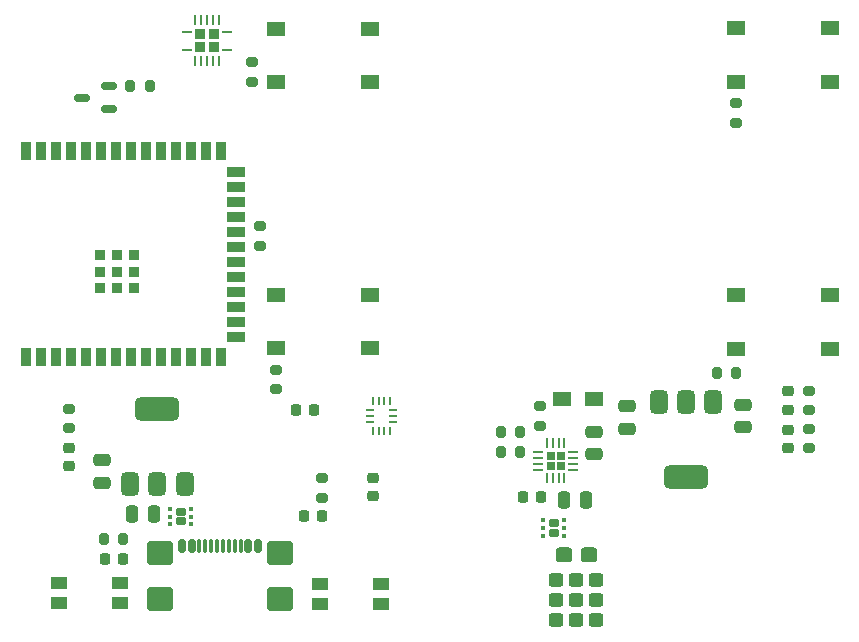
<source format=gbr>
%TF.GenerationSoftware,KiCad,Pcbnew,8.0.8-8.0.8-0~ubuntu24.04.1*%
%TF.CreationDate,2025-04-29T16:21:41-04:00*%
%TF.ProjectId,electronics,656c6563-7472-46f6-9e69-63732e6b6963,rev?*%
%TF.SameCoordinates,Original*%
%TF.FileFunction,Paste,Top*%
%TF.FilePolarity,Positive*%
%FSLAX46Y46*%
G04 Gerber Fmt 4.6, Leading zero omitted, Abs format (unit mm)*
G04 Created by KiCad (PCBNEW 8.0.8-8.0.8-0~ubuntu24.04.1) date 2025-04-29 16:21:41*
%MOMM*%
%LPD*%
G01*
G04 APERTURE LIST*
G04 Aperture macros list*
%AMRoundRect*
0 Rectangle with rounded corners*
0 $1 Rounding radius*
0 $2 $3 $4 $5 $6 $7 $8 $9 X,Y pos of 4 corners*
0 Add a 4 corners polygon primitive as box body*
4,1,4,$2,$3,$4,$5,$6,$7,$8,$9,$2,$3,0*
0 Add four circle primitives for the rounded corners*
1,1,$1+$1,$2,$3*
1,1,$1+$1,$4,$5*
1,1,$1+$1,$6,$7*
1,1,$1+$1,$8,$9*
0 Add four rect primitives between the rounded corners*
20,1,$1+$1,$2,$3,$4,$5,0*
20,1,$1+$1,$4,$5,$6,$7,0*
20,1,$1+$1,$6,$7,$8,$9,0*
20,1,$1+$1,$8,$9,$2,$3,0*%
G04 Aperture macros list end*
%ADD10RoundRect,0.200000X0.275000X-0.200000X0.275000X0.200000X-0.275000X0.200000X-0.275000X-0.200000X0*%
%ADD11RoundRect,0.250000X-0.475000X0.250000X-0.475000X-0.250000X0.475000X-0.250000X0.475000X0.250000X0*%
%ADD12RoundRect,0.172500X-0.262500X-0.172500X0.262500X-0.172500X0.262500X0.172500X-0.262500X0.172500X0*%
%ADD13RoundRect,0.093750X-0.093750X-0.106250X0.093750X-0.106250X0.093750X0.106250X-0.093750X0.106250X0*%
%ADD14R,0.250000X0.675000*%
%ADD15R,0.675000X0.250000*%
%ADD16RoundRect,0.200000X-0.200000X-0.275000X0.200000X-0.275000X0.200000X0.275000X-0.200000X0.275000X0*%
%ADD17R,0.820000X0.820000*%
%ADD18R,0.850000X0.280000*%
%ADD19R,0.280000X0.850000*%
%ADD20RoundRect,0.225000X0.225000X0.250000X-0.225000X0.250000X-0.225000X-0.250000X0.225000X-0.250000X0*%
%ADD21RoundRect,0.300000X0.325000X0.300000X-0.325000X0.300000X-0.325000X-0.300000X0.325000X-0.300000X0*%
%ADD22RoundRect,0.317500X-0.382500X-0.317500X0.382500X-0.317500X0.382500X0.317500X-0.382500X0.317500X0*%
%ADD23RoundRect,0.250000X0.250000X0.475000X-0.250000X0.475000X-0.250000X-0.475000X0.250000X-0.475000X0*%
%ADD24RoundRect,0.225000X-0.250000X0.225000X-0.250000X-0.225000X0.250000X-0.225000X0.250000X0.225000X0*%
%ADD25RoundRect,0.218750X-0.256250X0.218750X-0.256250X-0.218750X0.256250X-0.218750X0.256250X0.218750X0*%
%ADD26RoundRect,0.200000X-0.275000X0.200000X-0.275000X-0.200000X0.275000X-0.200000X0.275000X0.200000X0*%
%ADD27RoundRect,0.182500X-0.182500X0.182500X-0.182500X-0.182500X0.182500X-0.182500X0.182500X0.182500X0*%
%ADD28RoundRect,0.062500X-0.062500X0.350000X-0.062500X-0.350000X0.062500X-0.350000X0.062500X0.350000X0*%
%ADD29RoundRect,0.062500X-0.350000X0.062500X-0.350000X-0.062500X0.350000X-0.062500X0.350000X0.062500X0*%
%ADD30R,1.550000X1.300000*%
%ADD31RoundRect,0.375000X-0.375000X0.625000X-0.375000X-0.625000X0.375000X-0.625000X0.375000X0.625000X0*%
%ADD32RoundRect,0.500000X-1.400000X0.500000X-1.400000X-0.500000X1.400000X-0.500000X1.400000X0.500000X0*%
%ADD33RoundRect,0.250000X-0.250000X-0.475000X0.250000X-0.475000X0.250000X0.475000X-0.250000X0.475000X0*%
%ADD34RoundRect,0.200000X0.200000X0.275000X-0.200000X0.275000X-0.200000X-0.275000X0.200000X-0.275000X0*%
%ADD35R,1.450000X1.000000*%
%ADD36RoundRect,0.150000X0.512500X0.150000X-0.512500X0.150000X-0.512500X-0.150000X0.512500X-0.150000X0*%
%ADD37R,0.900000X0.900000*%
%ADD38R,0.900000X1.500000*%
%ADD39R,1.500000X0.900000*%
%ADD40RoundRect,0.375000X0.375000X-0.625000X0.375000X0.625000X-0.375000X0.625000X-0.375000X-0.625000X0*%
%ADD41RoundRect,0.500000X1.400000X-0.500000X1.400000X0.500000X-1.400000X0.500000X-1.400000X-0.500000X0*%
%ADD42R,1.500000X1.200000*%
%ADD43RoundRect,0.250000X0.475000X-0.250000X0.475000X0.250000X-0.475000X0.250000X-0.475000X-0.250000X0*%
%ADD44RoundRect,0.150000X-0.150000X-0.425000X0.150000X-0.425000X0.150000X0.425000X-0.150000X0.425000X0*%
%ADD45RoundRect,0.075000X-0.075000X-0.500000X0.075000X-0.500000X0.075000X0.500000X-0.075000X0.500000X0*%
%ADD46RoundRect,0.250000X-0.840000X-0.750000X0.840000X-0.750000X0.840000X0.750000X-0.840000X0.750000X0*%
G04 APERTURE END LIST*
D10*
%TO.C,R7*%
X167200000Y-71400000D03*
X167200000Y-69750000D03*
%TD*%
D11*
%TO.C,C10*%
X157950000Y-95400000D03*
X157950000Y-97300000D03*
%TD*%
D12*
%TO.C,U9*%
X120212500Y-104325000D03*
X120212500Y-105125000D03*
D13*
X119325000Y-104075000D03*
X119325000Y-104725000D03*
X119325000Y-105375000D03*
X121100000Y-105375000D03*
X121100000Y-104725000D03*
X121100000Y-104075000D03*
%TD*%
D14*
%TO.C,U7*%
X137950000Y-94937500D03*
X137450000Y-94937500D03*
X136950000Y-94937500D03*
X136450000Y-94937500D03*
D15*
X136187500Y-95700000D03*
X136187500Y-96200000D03*
X136187500Y-96700000D03*
D14*
X136450000Y-97462500D03*
X136950000Y-97462500D03*
X137450000Y-97462500D03*
X137950000Y-97462500D03*
D15*
X138212500Y-96700000D03*
X138212500Y-96200000D03*
X138212500Y-95700000D03*
%TD*%
D16*
%TO.C,R11*%
X147300000Y-99250000D03*
X148950000Y-99250000D03*
%TD*%
D17*
%TO.C,U2*%
X121865000Y-65000000D03*
X122985000Y-65000000D03*
X121865000Y-63880000D03*
X122985000Y-63880000D03*
D18*
X120700000Y-65190000D03*
D19*
X121425000Y-66165000D03*
X121925000Y-66165000D03*
X122425000Y-66165000D03*
X122925000Y-66165000D03*
X123425000Y-66165000D03*
D18*
X124150000Y-65190000D03*
X124150000Y-63690000D03*
D19*
X123425000Y-62715000D03*
X122925000Y-62715000D03*
X122425000Y-62715000D03*
X121925000Y-62715000D03*
X121425000Y-62715000D03*
D18*
X120700000Y-63690000D03*
%TD*%
D20*
%TO.C,C2*%
X132200000Y-104700000D03*
X130650000Y-104700000D03*
%TD*%
D21*
%TO.C,D2*%
X152000000Y-110100000D03*
X152000000Y-111790000D03*
X152000000Y-113450000D03*
X153700000Y-110100000D03*
X153700000Y-111790000D03*
X153700000Y-113450000D03*
X155400000Y-110100000D03*
X155400000Y-111790000D03*
X155400000Y-113450000D03*
D22*
X152660000Y-107985000D03*
X154740000Y-107985000D03*
%TD*%
D23*
%TO.C,C11*%
X117950000Y-104475000D03*
X116050000Y-104475000D03*
%TD*%
D24*
%TO.C,C9*%
X136450000Y-101475000D03*
X136450000Y-103025000D03*
%TD*%
D25*
%TO.C,D4*%
X171650000Y-94112500D03*
X171650000Y-95687500D03*
%TD*%
D26*
%TO.C,R8*%
X126200000Y-66250000D03*
X126200000Y-67900000D03*
%TD*%
D11*
%TO.C,C4*%
X155200000Y-97550000D03*
X155200000Y-99450000D03*
%TD*%
D27*
%TO.C,U4*%
X152357500Y-99580000D03*
X151517500Y-99580000D03*
X152357500Y-100420000D03*
X151517500Y-100420000D03*
D28*
X152687500Y-98537500D03*
X152187500Y-98537500D03*
X151687500Y-98537500D03*
X151187500Y-98537500D03*
D29*
X150475000Y-99250000D03*
X150475000Y-99750000D03*
X150475000Y-100250000D03*
X150475000Y-100750000D03*
D28*
X151187500Y-101462500D03*
X151687500Y-101462500D03*
X152187500Y-101462500D03*
X152687500Y-101462500D03*
D29*
X153400000Y-100750000D03*
X153400000Y-100250000D03*
X153400000Y-99750000D03*
X153400000Y-99250000D03*
%TD*%
D30*
%TO.C,SW4*%
X167225000Y-63400000D03*
X175175000Y-63400000D03*
X167225000Y-67900000D03*
X175175000Y-67900000D03*
%TD*%
D31*
%TO.C,U3*%
X165250000Y-95050000D03*
X162950000Y-95050000D03*
D32*
X162950000Y-101350000D03*
D31*
X160650000Y-95050000D03*
%TD*%
D33*
%TO.C,C6*%
X152650000Y-103350000D03*
X154550000Y-103350000D03*
%TD*%
D20*
%TO.C,C1*%
X115300000Y-108300000D03*
X113750000Y-108300000D03*
%TD*%
D34*
%TO.C,R10*%
X148950000Y-97550000D03*
X147300000Y-97550000D03*
%TD*%
D10*
%TO.C,R13*%
X173400000Y-98950000D03*
X173400000Y-97300000D03*
%TD*%
D25*
%TO.C,D1*%
X110750000Y-98900000D03*
X110750000Y-100475000D03*
%TD*%
D16*
%TO.C,R3*%
X113675000Y-106650000D03*
X115325000Y-106650000D03*
%TD*%
D35*
%TO.C,SW2*%
X137125000Y-112100000D03*
X131975000Y-112100000D03*
X137125000Y-110400000D03*
X131975000Y-110400000D03*
%TD*%
D26*
%TO.C,R1*%
X132200000Y-101475000D03*
X132200000Y-103125000D03*
%TD*%
D36*
%TO.C,Q1*%
X114125000Y-70200000D03*
X114125000Y-68300000D03*
X111850000Y-69250000D03*
%TD*%
D37*
%TO.C,U1*%
X113400000Y-85400000D03*
X114800000Y-85400000D03*
X116200000Y-85400000D03*
X113400000Y-84000000D03*
X114800000Y-84000000D03*
X116200000Y-84000000D03*
X113400000Y-82600000D03*
X114800000Y-82600000D03*
X116200000Y-82600000D03*
D38*
X107080000Y-91250000D03*
X108350000Y-91250000D03*
X109620000Y-91250000D03*
X110890000Y-91250000D03*
X112160000Y-91250000D03*
X113430000Y-91250000D03*
X114700000Y-91250000D03*
X115970000Y-91250000D03*
X117240000Y-91250000D03*
X118510000Y-91250000D03*
X119780000Y-91250000D03*
X121050000Y-91250000D03*
X122320000Y-91250000D03*
X123590000Y-91250000D03*
D39*
X124840000Y-89485000D03*
X124840000Y-88215000D03*
X124840000Y-86945000D03*
X124840000Y-85675000D03*
X124840000Y-84405000D03*
X124840000Y-83135000D03*
X124840000Y-81865000D03*
X124840000Y-80595000D03*
X124840000Y-79325000D03*
X124840000Y-78055000D03*
X124840000Y-76785000D03*
X124840000Y-75515000D03*
D38*
X123590000Y-73750000D03*
X122320000Y-73750000D03*
X121050000Y-73750000D03*
X119780000Y-73750000D03*
X118510000Y-73750000D03*
X117240000Y-73750000D03*
X115970000Y-73750000D03*
X114700000Y-73750000D03*
X113430000Y-73750000D03*
X112160000Y-73750000D03*
X110890000Y-73750000D03*
X109620000Y-73750000D03*
X108350000Y-73750000D03*
X107080000Y-73750000D03*
%TD*%
D10*
%TO.C,R6*%
X128250000Y-93950000D03*
X128250000Y-92300000D03*
%TD*%
D34*
%TO.C,R14*%
X117575000Y-68300000D03*
X115925000Y-68300000D03*
%TD*%
D35*
%TO.C,SW1*%
X115025000Y-112050000D03*
X109875000Y-112050000D03*
X115025000Y-110350000D03*
X109875000Y-110350000D03*
%TD*%
D40*
%TO.C,U5*%
X115925000Y-101950000D03*
X118225000Y-101950000D03*
D41*
X118225000Y-95650000D03*
D40*
X120525000Y-101950000D03*
%TD*%
D30*
%TO.C,SW6*%
X167225000Y-86000000D03*
X175175000Y-86000000D03*
X167225000Y-90500000D03*
X175175000Y-90500000D03*
%TD*%
D10*
%TO.C,R2*%
X110750000Y-97250000D03*
X110750000Y-95600000D03*
%TD*%
D11*
%TO.C,C8*%
X113500000Y-99950000D03*
X113500000Y-101850000D03*
%TD*%
D30*
%TO.C,SW3*%
X128250000Y-63450000D03*
X136200000Y-63450000D03*
X128250000Y-67950000D03*
X136200000Y-67950000D03*
%TD*%
D26*
%TO.C,R4*%
X126900000Y-80150000D03*
X126900000Y-81800000D03*
%TD*%
D12*
%TO.C,U8*%
X151762500Y-105300000D03*
X151762500Y-106100000D03*
D13*
X150875000Y-105050000D03*
X150875000Y-105700000D03*
X150875000Y-106350000D03*
X152650000Y-106350000D03*
X152650000Y-105700000D03*
X152650000Y-105050000D03*
%TD*%
D25*
%TO.C,D3*%
X171650000Y-97362500D03*
X171650000Y-98937500D03*
%TD*%
D20*
%TO.C,C7*%
X150700000Y-103100000D03*
X149150000Y-103100000D03*
%TD*%
%TO.C,C3*%
X131500000Y-95700000D03*
X129950000Y-95700000D03*
%TD*%
D16*
%TO.C,R5*%
X165575000Y-92600000D03*
X167225000Y-92600000D03*
%TD*%
D10*
%TO.C,R12*%
X173400000Y-95725000D03*
X173400000Y-94075000D03*
%TD*%
D42*
%TO.C,L1*%
X152450000Y-94800000D03*
X155150000Y-94800000D03*
%TD*%
D10*
%TO.C,R9*%
X150600000Y-97025000D03*
X150600000Y-95375000D03*
%TD*%
D30*
%TO.C,SW5*%
X128250000Y-85950000D03*
X136200000Y-85950000D03*
X128250000Y-90450000D03*
X136200000Y-90450000D03*
%TD*%
D43*
%TO.C,C5*%
X167800000Y-97150000D03*
X167800000Y-95250000D03*
%TD*%
D44*
%TO.C,J1*%
X120325000Y-107220000D03*
X121125000Y-107220000D03*
D45*
X122275000Y-107220000D03*
X123275000Y-107220000D03*
X123775000Y-107220000D03*
X124775000Y-107220000D03*
D44*
X125925000Y-107220000D03*
X126725000Y-107220000D03*
X126725000Y-107220000D03*
X125925000Y-107220000D03*
D45*
X125275000Y-107220000D03*
X124275000Y-107220000D03*
X122775000Y-107220000D03*
X121775000Y-107220000D03*
D44*
X121125000Y-107220000D03*
X120325000Y-107220000D03*
D46*
X118415000Y-107795000D03*
X118415000Y-111725000D03*
X128635000Y-107795000D03*
X128635000Y-111725000D03*
%TD*%
M02*

</source>
